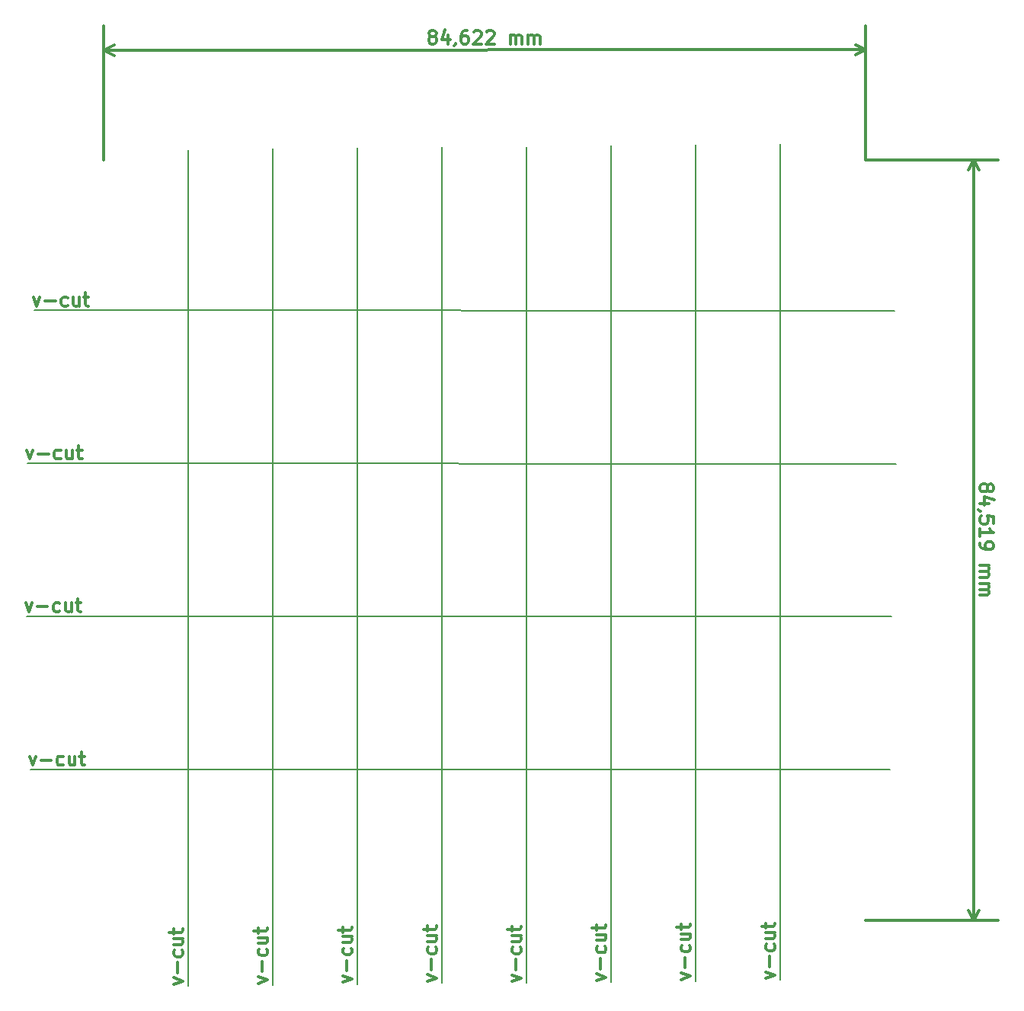
<source format=gbr>
G04 #@! TF.GenerationSoftware,KiCad,Pcbnew,5.0.0-rc2-dev-unknown-c6ef0d5~62~ubuntu16.04.1*
G04 #@! TF.CreationDate,2018-03-19T15:53:38+01:00*
G04 #@! TF.ProjectId,AS5306A_board_5x9_panel,415335333036415F626F6172645F3578,rev?*
G04 #@! TF.SameCoordinates,Original*
G04 #@! TF.FileFunction,Other,Comment*
%FSLAX46Y46*%
G04 Gerber Fmt 4.6, Leading zero omitted, Abs format (unit mm)*
G04 Created by KiCad (PCBNEW 5.0.0-rc2-dev-unknown-c6ef0d5~62~ubuntu16.04.1) date Mon Mar 19 15:53:38 2018*
%MOMM*%
%LPD*%
G01*
G04 APERTURE LIST*
%ADD10C,0.300000*%
%ADD11C,0.200000*%
G04 APERTURE END LIST*
D10*
X198315071Y-85416178D02*
X198386500Y-85273321D01*
X198457928Y-85201892D01*
X198600785Y-85130464D01*
X198672214Y-85130464D01*
X198815071Y-85201892D01*
X198886500Y-85273321D01*
X198957928Y-85416178D01*
X198957928Y-85701892D01*
X198886500Y-85844750D01*
X198815071Y-85916178D01*
X198672214Y-85987607D01*
X198600785Y-85987607D01*
X198457928Y-85916178D01*
X198386500Y-85844750D01*
X198315071Y-85701892D01*
X198315071Y-85416178D01*
X198243642Y-85273321D01*
X198172214Y-85201892D01*
X198029357Y-85130464D01*
X197743642Y-85130464D01*
X197600785Y-85201892D01*
X197529357Y-85273321D01*
X197457928Y-85416178D01*
X197457928Y-85701892D01*
X197529357Y-85844750D01*
X197600785Y-85916178D01*
X197743642Y-85987607D01*
X198029357Y-85987607D01*
X198172214Y-85916178D01*
X198243642Y-85844750D01*
X198315071Y-85701892D01*
X198457928Y-87273321D02*
X197457928Y-87273321D01*
X199029357Y-86916178D02*
X197957928Y-86559035D01*
X197957928Y-87487607D01*
X197529357Y-88130464D02*
X197457928Y-88130464D01*
X197315071Y-88059035D01*
X197243642Y-87987607D01*
X198957928Y-89487607D02*
X198957928Y-88773321D01*
X198243642Y-88701892D01*
X198315071Y-88773321D01*
X198386500Y-88916178D01*
X198386500Y-89273321D01*
X198315071Y-89416178D01*
X198243642Y-89487607D01*
X198100785Y-89559035D01*
X197743642Y-89559035D01*
X197600785Y-89487607D01*
X197529357Y-89416178D01*
X197457928Y-89273321D01*
X197457928Y-88916178D01*
X197529357Y-88773321D01*
X197600785Y-88701892D01*
X197457928Y-90987607D02*
X197457928Y-90130464D01*
X197457928Y-90559035D02*
X198957928Y-90559035D01*
X198743642Y-90416178D01*
X198600785Y-90273321D01*
X198529357Y-90130464D01*
X197457928Y-91701892D02*
X197457928Y-91987607D01*
X197529357Y-92130464D01*
X197600785Y-92201892D01*
X197815071Y-92344750D01*
X198100785Y-92416178D01*
X198672214Y-92416178D01*
X198815071Y-92344750D01*
X198886500Y-92273321D01*
X198957928Y-92130464D01*
X198957928Y-91844750D01*
X198886500Y-91701892D01*
X198815071Y-91630464D01*
X198672214Y-91559035D01*
X198315071Y-91559035D01*
X198172214Y-91630464D01*
X198100785Y-91701892D01*
X198029357Y-91844750D01*
X198029357Y-92130464D01*
X198100785Y-92273321D01*
X198172214Y-92344750D01*
X198315071Y-92416178D01*
X197457928Y-94201892D02*
X198457928Y-94201892D01*
X198315071Y-94201892D02*
X198386500Y-94273321D01*
X198457928Y-94416178D01*
X198457928Y-94630464D01*
X198386500Y-94773321D01*
X198243642Y-94844750D01*
X197457928Y-94844750D01*
X198243642Y-94844750D02*
X198386500Y-94916178D01*
X198457928Y-95059035D01*
X198457928Y-95273321D01*
X198386500Y-95416178D01*
X198243642Y-95487607D01*
X197457928Y-95487607D01*
X197457928Y-96201892D02*
X198457928Y-96201892D01*
X198315071Y-96201892D02*
X198386500Y-96273321D01*
X198457928Y-96416178D01*
X198457928Y-96630464D01*
X198386500Y-96773321D01*
X198243642Y-96844750D01*
X197457928Y-96844750D01*
X198243642Y-96844750D02*
X198386500Y-96916178D01*
X198457928Y-97059035D01*
X198457928Y-97273321D01*
X198386500Y-97416178D01*
X198243642Y-97487607D01*
X197457928Y-97487607D01*
X196786500Y-49085500D02*
X196786500Y-133604000D01*
X184721500Y-49085500D02*
X199486500Y-49085500D01*
X184721500Y-133604000D02*
X199486500Y-133604000D01*
X196786500Y-133604000D02*
X196200079Y-132477496D01*
X196786500Y-133604000D02*
X197372921Y-132477496D01*
X196786500Y-49085500D02*
X196200079Y-50212004D01*
X196786500Y-49085500D02*
X197372921Y-50212004D01*
D11*
X147082000Y-47672500D02*
X147072000Y-140602500D01*
D10*
X145470571Y-140408214D02*
X146470571Y-140051071D01*
X145470571Y-139693928D01*
X145899142Y-139122500D02*
X145899142Y-137979642D01*
X146399142Y-136622500D02*
X146470571Y-136765357D01*
X146470571Y-137051071D01*
X146399142Y-137193928D01*
X146327714Y-137265357D01*
X146184857Y-137336785D01*
X145756285Y-137336785D01*
X145613428Y-137265357D01*
X145542000Y-137193928D01*
X145470571Y-137051071D01*
X145470571Y-136765357D01*
X145542000Y-136622500D01*
X145470571Y-135336785D02*
X146470571Y-135336785D01*
X145470571Y-135979642D02*
X146256285Y-135979642D01*
X146399142Y-135908214D01*
X146470571Y-135765357D01*
X146470571Y-135551071D01*
X146399142Y-135408214D01*
X146327714Y-135336785D01*
X145470571Y-134836785D02*
X145470571Y-134265357D01*
X144970571Y-134622500D02*
X146256285Y-134622500D01*
X146399142Y-134551071D01*
X146470571Y-134408214D01*
X146470571Y-134265357D01*
X154880571Y-140288214D02*
X155880571Y-139931071D01*
X154880571Y-139573928D01*
X155309142Y-139002500D02*
X155309142Y-137859642D01*
X155809142Y-136502500D02*
X155880571Y-136645357D01*
X155880571Y-136931071D01*
X155809142Y-137073928D01*
X155737714Y-137145357D01*
X155594857Y-137216785D01*
X155166285Y-137216785D01*
X155023428Y-137145357D01*
X154952000Y-137073928D01*
X154880571Y-136931071D01*
X154880571Y-136645357D01*
X154952000Y-136502500D01*
X154880571Y-135216785D02*
X155880571Y-135216785D01*
X154880571Y-135859642D02*
X155666285Y-135859642D01*
X155809142Y-135788214D01*
X155880571Y-135645357D01*
X155880571Y-135431071D01*
X155809142Y-135288214D01*
X155737714Y-135216785D01*
X154880571Y-134716785D02*
X154880571Y-134145357D01*
X154380571Y-134502500D02*
X155666285Y-134502500D01*
X155809142Y-134431071D01*
X155880571Y-134288214D01*
X155880571Y-134145357D01*
D11*
X156492000Y-47552500D02*
X156482000Y-140482500D01*
D10*
X173680571Y-140068214D02*
X174680571Y-139711071D01*
X173680571Y-139353928D01*
X174109142Y-138782500D02*
X174109142Y-137639642D01*
X174609142Y-136282500D02*
X174680571Y-136425357D01*
X174680571Y-136711071D01*
X174609142Y-136853928D01*
X174537714Y-136925357D01*
X174394857Y-136996785D01*
X173966285Y-136996785D01*
X173823428Y-136925357D01*
X173752000Y-136853928D01*
X173680571Y-136711071D01*
X173680571Y-136425357D01*
X173752000Y-136282500D01*
X173680571Y-134996785D02*
X174680571Y-134996785D01*
X173680571Y-135639642D02*
X174466285Y-135639642D01*
X174609142Y-135568214D01*
X174680571Y-135425357D01*
X174680571Y-135211071D01*
X174609142Y-135068214D01*
X174537714Y-134996785D01*
X173680571Y-134496785D02*
X173680571Y-133925357D01*
X173180571Y-134282500D02*
X174466285Y-134282500D01*
X174609142Y-134211071D01*
X174680571Y-134068214D01*
X174680571Y-133925357D01*
D11*
X175292000Y-47332500D02*
X175282000Y-140262500D01*
D10*
X164270571Y-140188214D02*
X165270571Y-139831071D01*
X164270571Y-139473928D01*
X164699142Y-138902500D02*
X164699142Y-137759642D01*
X165199142Y-136402500D02*
X165270571Y-136545357D01*
X165270571Y-136831071D01*
X165199142Y-136973928D01*
X165127714Y-137045357D01*
X164984857Y-137116785D01*
X164556285Y-137116785D01*
X164413428Y-137045357D01*
X164342000Y-136973928D01*
X164270571Y-136831071D01*
X164270571Y-136545357D01*
X164342000Y-136402500D01*
X164270571Y-135116785D02*
X165270571Y-135116785D01*
X164270571Y-135759642D02*
X165056285Y-135759642D01*
X165199142Y-135688214D01*
X165270571Y-135545357D01*
X165270571Y-135331071D01*
X165199142Y-135188214D01*
X165127714Y-135116785D01*
X164270571Y-134616785D02*
X164270571Y-134045357D01*
X163770571Y-134402500D02*
X165056285Y-134402500D01*
X165199142Y-134331071D01*
X165270571Y-134188214D01*
X165270571Y-134045357D01*
D11*
X165882000Y-47452500D02*
X165872000Y-140382500D01*
X128290000Y-47770000D02*
X128280000Y-140700000D01*
D10*
X126678571Y-140505714D02*
X127678571Y-140148571D01*
X126678571Y-139791428D01*
X127107142Y-139220000D02*
X127107142Y-138077142D01*
X127607142Y-136720000D02*
X127678571Y-136862857D01*
X127678571Y-137148571D01*
X127607142Y-137291428D01*
X127535714Y-137362857D01*
X127392857Y-137434285D01*
X126964285Y-137434285D01*
X126821428Y-137362857D01*
X126750000Y-137291428D01*
X126678571Y-137148571D01*
X126678571Y-136862857D01*
X126750000Y-136720000D01*
X126678571Y-135434285D02*
X127678571Y-135434285D01*
X126678571Y-136077142D02*
X127464285Y-136077142D01*
X127607142Y-136005714D01*
X127678571Y-135862857D01*
X127678571Y-135648571D01*
X127607142Y-135505714D01*
X127535714Y-135434285D01*
X126678571Y-134934285D02*
X126678571Y-134362857D01*
X126178571Y-134720000D02*
X127464285Y-134720000D01*
X127607142Y-134648571D01*
X127678571Y-134505714D01*
X127678571Y-134362857D01*
D11*
X137700000Y-47650000D02*
X137690000Y-140580000D01*
D10*
X136088571Y-140385714D02*
X137088571Y-140028571D01*
X136088571Y-139671428D01*
X136517142Y-139100000D02*
X136517142Y-137957142D01*
X137017142Y-136600000D02*
X137088571Y-136742857D01*
X137088571Y-137028571D01*
X137017142Y-137171428D01*
X136945714Y-137242857D01*
X136802857Y-137314285D01*
X136374285Y-137314285D01*
X136231428Y-137242857D01*
X136160000Y-137171428D01*
X136088571Y-137028571D01*
X136088571Y-136742857D01*
X136160000Y-136600000D01*
X136088571Y-135314285D02*
X137088571Y-135314285D01*
X136088571Y-135957142D02*
X136874285Y-135957142D01*
X137017142Y-135885714D01*
X137088571Y-135742857D01*
X137088571Y-135528571D01*
X137017142Y-135385714D01*
X136945714Y-135314285D01*
X136088571Y-134814285D02*
X136088571Y-134242857D01*
X135588571Y-134600000D02*
X136874285Y-134600000D01*
X137017142Y-134528571D01*
X137088571Y-134385714D01*
X137088571Y-134242857D01*
D11*
X118900000Y-47870000D02*
X118890000Y-140800000D01*
D10*
X117288571Y-140605714D02*
X118288571Y-140248571D01*
X117288571Y-139891428D01*
X117717142Y-139320000D02*
X117717142Y-138177142D01*
X118217142Y-136820000D02*
X118288571Y-136962857D01*
X118288571Y-137248571D01*
X118217142Y-137391428D01*
X118145714Y-137462857D01*
X118002857Y-137534285D01*
X117574285Y-137534285D01*
X117431428Y-137462857D01*
X117360000Y-137391428D01*
X117288571Y-137248571D01*
X117288571Y-136962857D01*
X117360000Y-136820000D01*
X117288571Y-135534285D02*
X118288571Y-135534285D01*
X117288571Y-136177142D02*
X118074285Y-136177142D01*
X118217142Y-136105714D01*
X118288571Y-135962857D01*
X118288571Y-135748571D01*
X118217142Y-135605714D01*
X118145714Y-135534285D01*
X117288571Y-135034285D02*
X117288571Y-134462857D01*
X116788571Y-134820000D02*
X118074285Y-134820000D01*
X118217142Y-134748571D01*
X118288571Y-134605714D01*
X118288571Y-134462857D01*
X107878571Y-140725714D02*
X108878571Y-140368571D01*
X107878571Y-140011428D01*
X108307142Y-139440000D02*
X108307142Y-138297142D01*
X108807142Y-136940000D02*
X108878571Y-137082857D01*
X108878571Y-137368571D01*
X108807142Y-137511428D01*
X108735714Y-137582857D01*
X108592857Y-137654285D01*
X108164285Y-137654285D01*
X108021428Y-137582857D01*
X107950000Y-137511428D01*
X107878571Y-137368571D01*
X107878571Y-137082857D01*
X107950000Y-136940000D01*
X107878571Y-135654285D02*
X108878571Y-135654285D01*
X107878571Y-136297142D02*
X108664285Y-136297142D01*
X108807142Y-136225714D01*
X108878571Y-136082857D01*
X108878571Y-135868571D01*
X108807142Y-135725714D01*
X108735714Y-135654285D01*
X107878571Y-135154285D02*
X107878571Y-134582857D01*
X107378571Y-134940000D02*
X108664285Y-134940000D01*
X108807142Y-134868571D01*
X108878571Y-134725714D01*
X108878571Y-134582857D01*
D11*
X109490000Y-47990000D02*
X109480000Y-140920000D01*
X187452000Y-116840000D02*
X91930000Y-116870000D01*
D10*
X91814285Y-115378571D02*
X92171428Y-116378571D01*
X92528571Y-115378571D01*
X93100000Y-115807142D02*
X94242857Y-115807142D01*
X95600000Y-116307142D02*
X95457142Y-116378571D01*
X95171428Y-116378571D01*
X95028571Y-116307142D01*
X94957142Y-116235714D01*
X94885714Y-116092857D01*
X94885714Y-115664285D01*
X94957142Y-115521428D01*
X95028571Y-115450000D01*
X95171428Y-115378571D01*
X95457142Y-115378571D01*
X95600000Y-115450000D01*
X96885714Y-115378571D02*
X96885714Y-116378571D01*
X96242857Y-115378571D02*
X96242857Y-116164285D01*
X96314285Y-116307142D01*
X96457142Y-116378571D01*
X96671428Y-116378571D01*
X96814285Y-116307142D01*
X96885714Y-116235714D01*
X97385714Y-115378571D02*
X97957142Y-115378571D01*
X97600000Y-114878571D02*
X97600000Y-116164285D01*
X97671428Y-116307142D01*
X97814285Y-116378571D01*
X97957142Y-116378571D01*
D11*
X187579000Y-99822000D02*
X91530000Y-99840000D01*
D10*
X91414285Y-98348571D02*
X91771428Y-99348571D01*
X92128571Y-98348571D01*
X92700000Y-98777142D02*
X93842857Y-98777142D01*
X95200000Y-99277142D02*
X95057142Y-99348571D01*
X94771428Y-99348571D01*
X94628571Y-99277142D01*
X94557142Y-99205714D01*
X94485714Y-99062857D01*
X94485714Y-98634285D01*
X94557142Y-98491428D01*
X94628571Y-98420000D01*
X94771428Y-98348571D01*
X95057142Y-98348571D01*
X95200000Y-98420000D01*
X96485714Y-98348571D02*
X96485714Y-99348571D01*
X95842857Y-98348571D02*
X95842857Y-99134285D01*
X95914285Y-99277142D01*
X96057142Y-99348571D01*
X96271428Y-99348571D01*
X96414285Y-99277142D01*
X96485714Y-99205714D01*
X96985714Y-98348571D02*
X97557142Y-98348571D01*
X97200000Y-97848571D02*
X97200000Y-99134285D01*
X97271428Y-99277142D01*
X97414285Y-99348571D01*
X97557142Y-99348571D01*
D11*
X188087000Y-82867500D02*
X91630000Y-82840000D01*
D10*
X91514285Y-81348571D02*
X91871428Y-82348571D01*
X92228571Y-81348571D01*
X92800000Y-81777142D02*
X93942857Y-81777142D01*
X95300000Y-82277142D02*
X95157142Y-82348571D01*
X94871428Y-82348571D01*
X94728571Y-82277142D01*
X94657142Y-82205714D01*
X94585714Y-82062857D01*
X94585714Y-81634285D01*
X94657142Y-81491428D01*
X94728571Y-81420000D01*
X94871428Y-81348571D01*
X95157142Y-81348571D01*
X95300000Y-81420000D01*
X96585714Y-81348571D02*
X96585714Y-82348571D01*
X95942857Y-81348571D02*
X95942857Y-82134285D01*
X96014285Y-82277142D01*
X96157142Y-82348571D01*
X96371428Y-82348571D01*
X96514285Y-82277142D01*
X96585714Y-82205714D01*
X97085714Y-81348571D02*
X97657142Y-81348571D01*
X97300000Y-80848571D02*
X97300000Y-82134285D01*
X97371428Y-82277142D01*
X97514285Y-82348571D01*
X97657142Y-82348571D01*
X92274285Y-64348571D02*
X92631428Y-65348571D01*
X92988571Y-64348571D01*
X93560000Y-64777142D02*
X94702857Y-64777142D01*
X96060000Y-65277142D02*
X95917142Y-65348571D01*
X95631428Y-65348571D01*
X95488571Y-65277142D01*
X95417142Y-65205714D01*
X95345714Y-65062857D01*
X95345714Y-64634285D01*
X95417142Y-64491428D01*
X95488571Y-64420000D01*
X95631428Y-64348571D01*
X95917142Y-64348571D01*
X96060000Y-64420000D01*
X97345714Y-64348571D02*
X97345714Y-65348571D01*
X96702857Y-64348571D02*
X96702857Y-65134285D01*
X96774285Y-65277142D01*
X96917142Y-65348571D01*
X97131428Y-65348571D01*
X97274285Y-65277142D01*
X97345714Y-65205714D01*
X97845714Y-64348571D02*
X98417142Y-64348571D01*
X98060000Y-63848571D02*
X98060000Y-65134285D01*
X98131428Y-65277142D01*
X98274285Y-65348571D01*
X98417142Y-65348571D01*
D11*
X187960000Y-65849500D02*
X92390000Y-65840000D01*
D10*
X136479826Y-35365194D02*
X136336956Y-35293790D01*
X136265515Y-35222374D01*
X136194062Y-35079529D01*
X136194050Y-35008100D01*
X136265454Y-34865231D01*
X136336871Y-34793790D01*
X136479715Y-34722337D01*
X136765430Y-34722288D01*
X136908299Y-34793692D01*
X136979740Y-34865108D01*
X137051193Y-35007953D01*
X137051205Y-35079382D01*
X136979801Y-35222251D01*
X136908385Y-35293692D01*
X136765540Y-35365145D01*
X136479826Y-35365194D01*
X136336981Y-35436647D01*
X136265564Y-35508088D01*
X136194160Y-35650957D01*
X136194209Y-35936671D01*
X136265662Y-36079516D01*
X136337103Y-36150933D01*
X136479972Y-36222337D01*
X136765687Y-36222288D01*
X136908532Y-36150835D01*
X136979948Y-36079394D01*
X137051352Y-35936525D01*
X137051303Y-35650810D01*
X136979850Y-35507965D01*
X136908409Y-35436549D01*
X136765540Y-35365145D01*
X138336944Y-35222019D02*
X138337115Y-36222019D01*
X137979703Y-34650651D02*
X137622744Y-35722141D01*
X138551315Y-35721982D01*
X139194246Y-36150443D02*
X139194258Y-36221872D01*
X139122854Y-36364741D01*
X139051438Y-36436182D01*
X140479715Y-34721651D02*
X140194001Y-34721700D01*
X140051156Y-34793153D01*
X139979740Y-34864594D01*
X139836919Y-35078904D01*
X139765540Y-35364631D01*
X139765638Y-35936059D01*
X139837091Y-36078904D01*
X139908532Y-36150321D01*
X140051401Y-36221725D01*
X140337115Y-36221676D01*
X140479960Y-36150223D01*
X140551376Y-36078782D01*
X140622781Y-35935913D01*
X140622719Y-35578770D01*
X140551266Y-35435925D01*
X140479826Y-35364509D01*
X140336956Y-35293104D01*
X140051242Y-35293153D01*
X139908397Y-35364606D01*
X139836981Y-35436047D01*
X139765577Y-35578917D01*
X141194026Y-34864386D02*
X141265442Y-34792945D01*
X141408287Y-34721492D01*
X141765430Y-34721431D01*
X141908299Y-34792835D01*
X141979740Y-34864252D01*
X142051193Y-35007096D01*
X142051217Y-35149954D01*
X141979825Y-35364252D01*
X141122830Y-36221541D01*
X142051401Y-36221382D01*
X142622597Y-34864141D02*
X142694013Y-34792701D01*
X142836858Y-34721248D01*
X143194001Y-34721186D01*
X143336870Y-34792590D01*
X143408311Y-34864007D01*
X143479764Y-35006852D01*
X143479789Y-35149709D01*
X143408397Y-35364007D01*
X142551401Y-36221296D01*
X143479972Y-36221137D01*
X145265687Y-36220831D02*
X145265515Y-35220831D01*
X145265540Y-35363688D02*
X145336956Y-35292248D01*
X145479801Y-35220795D01*
X145694087Y-35220758D01*
X145836956Y-35292162D01*
X145908409Y-35435007D01*
X145908544Y-36220721D01*
X145908409Y-35435007D02*
X145979813Y-35292138D01*
X146122658Y-35220684D01*
X146336944Y-35220648D01*
X146479813Y-35292052D01*
X146551266Y-35434897D01*
X146551401Y-36220611D01*
X147265687Y-36220489D02*
X147265515Y-35220489D01*
X147265540Y-35363346D02*
X147336956Y-35291905D01*
X147479801Y-35220452D01*
X147694087Y-35220415D01*
X147836956Y-35291819D01*
X147908409Y-35434664D01*
X147908544Y-36220378D01*
X147908409Y-35434664D02*
X147979813Y-35291795D01*
X148122658Y-35220342D01*
X148336944Y-35220305D01*
X148479813Y-35291709D01*
X148551266Y-35434554D01*
X148551401Y-36220268D01*
X100097910Y-36900000D02*
X184719410Y-36885500D01*
X100100000Y-49100000D02*
X100097447Y-34200000D01*
X184721500Y-49085500D02*
X184718947Y-34185500D01*
X184719410Y-36885500D02*
X183593007Y-37472114D01*
X184719410Y-36885500D02*
X183592806Y-36299272D01*
X100097910Y-36900000D02*
X101224514Y-37486228D01*
X100097910Y-36900000D02*
X101224313Y-36313386D01*
M02*

</source>
